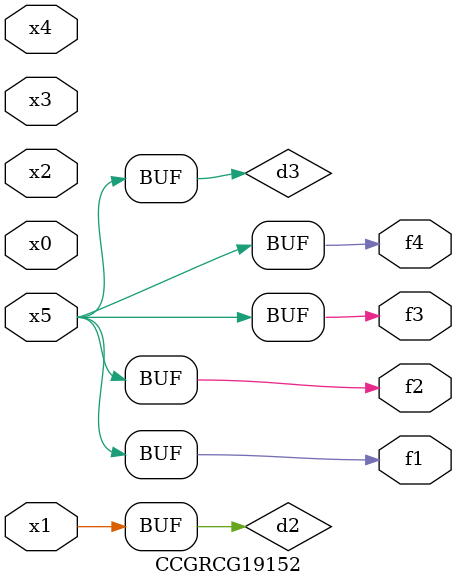
<source format=v>
module CCGRCG19152(
	input x0, x1, x2, x3, x4, x5,
	output f1, f2, f3, f4
);

	wire d1, d2, d3;

	not (d1, x5);
	or (d2, x1);
	xnor (d3, d1);
	assign f1 = d3;
	assign f2 = d3;
	assign f3 = d3;
	assign f4 = d3;
endmodule

</source>
